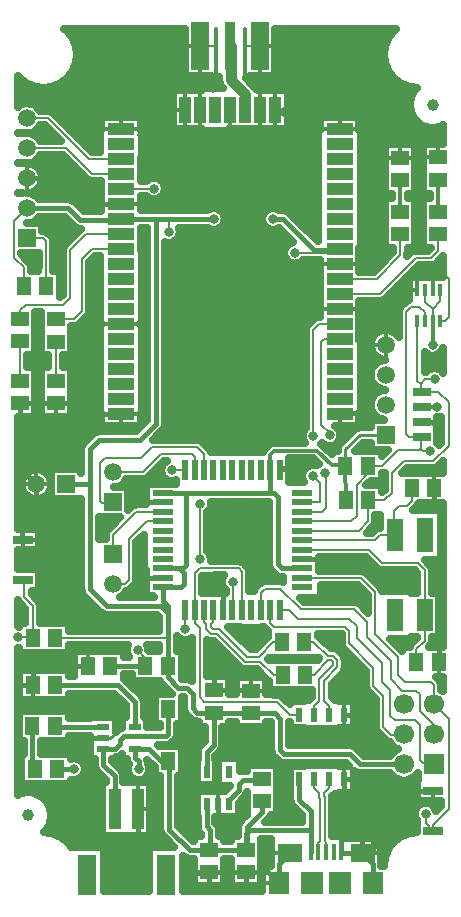
<source format=gbr>
G04 DipTrace 3.0.0.2*
G04 Top.gbr*
%MOIN*%
G04 #@! TF.FileFunction,Copper,L1,Top*
G04 #@! TF.Part,Single*
G04 #@! TA.AperFunction,Conductor*
%ADD10C,0.01*%
%ADD14C,0.018*%
%ADD15C,0.007*%
%ADD16C,0.012*%
%ADD17C,0.008*%
%ADD18C,0.015748*%
%ADD19C,0.035433*%
%ADD20C,0.033465*%
G04 #@! TA.AperFunction,CopperBalancing*
%ADD21C,0.025*%
%ADD22C,0.012992*%
%ADD26R,0.051181X0.059055*%
%ADD27R,0.059055X0.051181*%
%ADD29R,0.049213X0.059055*%
%ADD31C,0.03937*%
%ADD33R,0.015748X0.05315*%
%ADD34R,0.082677X0.062992*%
%ADD35R,0.070866X0.074803*%
%ADD36R,0.074803X0.074803*%
G04 #@! TA.AperFunction,ComponentPad*
%ADD37R,0.059055X0.059055*%
%ADD38C,0.059055*%
%ADD39R,0.066929X0.066929*%
%ADD40C,0.066929*%
%ADD41R,0.03937X0.137795*%
%ADD42R,0.059055X0.133858*%
%ADD44R,0.062992X0.027559*%
%ADD45R,0.066929X0.031496*%
%ADD46R,0.089528X0.039764*%
%ADD47R,0.039764X0.089528*%
%ADD48R,0.059843X0.159843*%
%ADD49R,0.033465X0.159843*%
%ADD51R,0.019685X0.070866*%
%ADD52R,0.070866X0.019685*%
%ADD54R,0.023622X0.051181*%
%ADD56R,0.013583X0.043307*%
%ADD58R,0.023622X0.043307*%
%ADD60R,0.043307X0.023622*%
%ADD62R,0.055118X0.106299*%
%ADD63R,0.055118X0.114173*%
G04 #@! TA.AperFunction,ViaPad*
%ADD64C,0.031496*%
%FSLAX26Y26*%
G04*
G70*
G90*
G75*
G01*
G04 Top*
%LPD*%
X1211680Y1026247D2*
D14*
X1087008D1*
X1085564Y1027690D1*
Y920997D1*
X1062205Y897638D1*
Y830052D1*
X1085564Y1027690D2*
X1031102D1*
X1015748Y1043045D1*
Y1090945D1*
X995538Y1111155D1*
X967323D1*
X933071Y1145407D1*
Y1185039D1*
X916010Y1760761D2*
X995013D1*
X1274278D1*
X1286352D1*
X1299738Y1747375D1*
Y1522572D1*
X1313517Y1508793D1*
X1380577D1*
X1274278Y1835564D2*
Y1760761D1*
X933071Y1185039D2*
Y1277297D1*
Y1382021D1*
X916010Y1399081D1*
Y1445801D1*
X976115D1*
X986483Y1456168D1*
Y1494094D1*
X971785Y1508793D1*
X916010D1*
X971785D2*
X984383D1*
X995013Y1519423D1*
Y1760761D1*
X1211680Y1026247D2*
X1288976D1*
X1307480Y1007743D1*
Y902493D1*
X1320472Y889501D1*
X1540551D1*
X1574541Y855512D1*
X1720041D1*
X463517Y2709318D2*
X601444D1*
X640157Y2670604D1*
X773819D1*
X776969Y2673753D1*
X936311Y2630201D2*
D15*
Y2673753D1*
D14*
X893963D1*
X776969D1*
X452887Y2451312D2*
D15*
Y2512336D1*
X421391Y2543832D1*
Y2667192D1*
X463517Y2709318D1*
X1525197Y1850919D2*
D16*
X1525591Y1736745D1*
X1274278Y1835564D2*
Y1888058D1*
X1287927Y1901706D1*
X1429396D1*
X1479134Y1851969D1*
X1524147D1*
D15*
X1525197Y1850919D1*
X1841995Y2438058D2*
Y2398819D1*
X1815748Y2372572D1*
Y2334383D1*
X1816404Y2333727D1*
X1790814Y2438058D2*
Y2397507D1*
X1815748Y2372572D1*
X557349Y1277297D2*
X933071D1*
Y1185039D2*
D14*
Y1360236D1*
X909318Y1383990D1*
X729265D1*
X674409Y1438845D1*
Y1789370D1*
Y1906824D1*
X703412Y1935827D1*
X839633D1*
X893963Y1990157D1*
Y2673753D1*
X1525197Y1850919D2*
D10*
Y1905774D1*
X1572572Y1953150D1*
X1658136D1*
X1659186Y1954199D1*
X1779790Y2048294D2*
D16*
X1831811D1*
X1816273Y2254331D2*
Y2333858D1*
X1816404Y2333727D1*
X594751Y1789370D2*
D14*
X674409D1*
X1356811Y2561201D2*
D15*
X1493944D1*
X1506496Y2573753D1*
X936311Y2673753D2*
D14*
X1086259D1*
X1283311D2*
X1316535D1*
X1420210Y2570079D1*
X1502822D1*
X1506496Y2573753D1*
X1316273Y1153281D2*
D17*
X1286693Y1152500D1*
X1238732Y1197995D1*
X1225832Y1197655D1*
X1191942D1*
X1098055Y1291542D1*
X1077715D1*
X1061554Y1307702D1*
Y1323816D1*
X1053806Y1331564D1*
Y1370997D1*
X1313386Y1262730D2*
X1283806Y1261949D1*
X1238311Y1213990D1*
X1225622Y1213655D1*
X1198570D1*
X1104682Y1307542D1*
X1084343D1*
X1077554Y1314329D1*
Y1323816D1*
X1085302Y1331564D1*
Y1370997D1*
X1421129Y1021785D2*
Y1051375D1*
X1438129Y1068375D1*
Y1081176D1*
Y1141602D1*
X1482408Y1185882D1*
Y1195483D1*
X1475621Y1202270D1*
X1466151Y1202021D1*
X1420656Y1154060D1*
X1391076Y1153281D1*
X1471129Y1021785D2*
Y1051375D1*
X1454129Y1068375D1*
Y1081176D1*
Y1134975D1*
X1498408Y1179255D1*
Y1202110D1*
X1482072Y1218446D1*
X1465728Y1218014D1*
X1417769Y1263509D1*
X1388189Y1262730D1*
X1435171Y564567D2*
Y595142D1*
X1439966Y599937D1*
Y612738D1*
Y740707D1*
X1438129Y742545D1*
Y758659D1*
X1421129Y775659D1*
Y805249D1*
X1460761Y564567D2*
Y595142D1*
X1455966Y599937D1*
Y612738D1*
Y747335D1*
X1454129Y749172D1*
Y758659D1*
X1471129Y775659D1*
Y805249D1*
X1071785Y495801D2*
D14*
X1195144D1*
X1266732D1*
X1303281Y459252D1*
Y524213D1*
X1338714Y559646D1*
X1618241Y459252D2*
Y524213D1*
X1582808Y559646D1*
X1516864D1*
D18*
X1511942Y564567D1*
X716667Y943963D2*
D14*
X666798D1*
Y633071D1*
X707349Y592520D1*
X817060D1*
X834121Y609580D1*
Y706037D1*
X1071785Y495801D2*
Y442782D1*
X1126575Y660039D2*
X1101050Y685564D1*
Y722310D1*
X1099606Y723753D1*
X1521129Y805249D2*
Y687139D1*
X1581627Y626640D1*
Y560827D1*
X1582808Y559646D1*
X463517Y2809318D2*
X622441D1*
X708005Y2723753D1*
X776969D1*
X1841995Y2333727D2*
D15*
X1858530D1*
X1870472Y2345669D1*
Y2471916D1*
X1850131Y2492257D1*
X1819685D1*
X1816798Y2489370D1*
Y2438451D1*
X1816404Y2438058D1*
X1765223D2*
Y2485696D1*
X1771785Y2492257D1*
X1818535D1*
X494751Y1789370D2*
D14*
Y1737795D1*
X448556Y1691601D1*
Y1607612D1*
D15*
X451181Y1604987D1*
X1082677Y3110236D2*
Y3143567D1*
X1093311Y3154201D1*
D16*
Y3251312D1*
Y3305701D1*
X1240157Y3110236D2*
D15*
X1239276D1*
X1191311Y3158201D1*
D16*
Y3250919D1*
Y3305865D1*
X1241339Y3250919D2*
D15*
X1191311D1*
X1041732Y3251312D2*
X1093311D1*
X1506496Y2523753D2*
D16*
X1428811D1*
X987311Y2725201D2*
X778416D1*
X776969Y2723753D1*
Y2323753D2*
X692759D1*
X1506496Y2373753D2*
X1636759D1*
X1659811Y2350701D1*
Y2254824D1*
X1659186Y2254199D1*
X1765223Y2438058D2*
X1729168D1*
X1661311Y2370201D1*
Y2256324D1*
X1659186Y2254199D1*
X1779790Y1998294D2*
X1810218D1*
X1836811Y1971701D1*
X1506496Y2023753D2*
Y2027201D1*
X1587311D1*
X559311Y2058701D2*
D14*
X441811D1*
X440311Y2060201D1*
X559311Y2058701D2*
X657811D1*
X692811Y2023701D1*
X776916D1*
X776969Y2023753D1*
X692759Y2323753D2*
X692811Y2023701D1*
X440311Y2060201D2*
Y1843810D1*
X494751Y1789370D1*
X916010Y1729265D2*
X853247D1*
X841311Y1741201D1*
X1362311Y1843701D2*
X1313911D1*
X1305774Y1835564D1*
X1380577Y1540289D2*
X1464223D1*
X1473811Y1530701D1*
X1116798Y1370997D2*
Y1441214D1*
X1088811Y1469201D1*
X1835827Y1198031D2*
Y1251717D1*
X1845811Y1261701D1*
X1521129Y1021785D2*
X1559895D1*
X1595811Y1057701D1*
X1085564Y1102493D2*
X1210236D1*
X1211680Y1101050D1*
X1085564Y1102493D2*
Y1165954D1*
X1816365Y768510D2*
X1648001D1*
X1627311Y789201D1*
X1570311D1*
X1552311Y807201D1*
X1523080D1*
X1521129Y805249D1*
X1582808Y559646D2*
X1617811D1*
Y631201D1*
X1562811D1*
X1511942Y564567D2*
D18*
Y600142D1*
D14*
Y631201D1*
X1582808Y559646D2*
X1599756D1*
X1671311Y631201D1*
X841311Y1477297D2*
X916010D1*
X482021Y1119685D2*
Y1161411D1*
X505311Y1184701D1*
X665934D1*
X666404Y1185171D1*
X716667Y943963D2*
D10*
X741573D1*
X772811Y975201D1*
Y1026701D1*
X752811Y1046701D1*
X432811D1*
X425811Y1053701D1*
Y1104701D1*
X437811Y1116701D1*
X479037D1*
X482021Y1119685D1*
X1071785Y442782D2*
D14*
X1194392D1*
Y495049D1*
X1821654Y1777297D2*
Y1718201D1*
X987311Y2725201D2*
Y2857390D1*
X1003937Y2874016D1*
X834121Y706037D2*
Y492913D1*
X1003806D2*
X1068898D1*
X1071785Y495801D1*
X1820041Y855512D2*
D15*
X1816404D1*
X1803084Y842192D1*
X1773622Y871654D1*
Y986352D1*
X1756693Y1003281D1*
X1689370D1*
X1675066Y1017585D1*
Y1102362D1*
X1647113Y1130315D1*
Y1193307D1*
X1563255Y1277165D1*
Y1315223D1*
X1537664Y1340814D1*
X1368373D1*
X1338058Y1371129D1*
X1305906D1*
X1305774Y1370997D1*
X1720041Y955512D2*
Y952493D1*
X1678084D1*
X1651181Y979396D1*
Y1083990D1*
X1617848Y1117323D1*
Y1178346D1*
X1537139Y1259055D1*
Y1300919D1*
X1523097Y1314961D1*
X1285696D1*
X1274147Y1326509D1*
Y1370866D1*
X1274278Y1370997D1*
X559311Y2265201D2*
Y2133504D1*
X1191732Y3038517D2*
D19*
Y3088583D1*
X1142126Y3138189D1*
Y3250525D1*
D20*
X1141732Y3250919D1*
X1708005Y2697507D2*
D16*
Y2800787D1*
X1705381Y2803412D1*
X1053806Y1835564D2*
D15*
Y1889108D1*
X1029921Y1912992D1*
X879921D1*
X844751Y1877822D1*
X723753D1*
X705643Y1859711D1*
Y1732546D1*
X712073Y1726115D1*
X748163D1*
X750656Y1728609D1*
X1371129Y1021785D2*
X1341227D1*
X1298311Y1064701D1*
X1052811D1*
X1038811Y1078701D1*
Y1310701D1*
X1023311Y1326201D1*
Y1369996D1*
X1022310Y1370997D1*
Y1492699D1*
X1038811Y1509201D1*
X1168811D1*
X1180311Y1497701D1*
Y1371518D1*
X1179790Y1370997D1*
X1834252Y2697900D2*
D16*
Y2803806D1*
X1834383Y2803937D1*
X439811Y2341504D2*
D15*
Y2369201D1*
X458811Y2388201D1*
X583311D1*
X606311Y2411201D1*
Y2568701D1*
X660311Y2622701D1*
X775916D1*
X776969Y2623753D1*
X481627Y983202D2*
D14*
Y847638D1*
X489633Y839633D1*
X556824Y1119685D2*
X767717D1*
X822966Y1064436D1*
Y981365D1*
X527690Y2451312D2*
D15*
Y2599213D1*
X517848Y2609055D1*
X463780D1*
X463517Y2609318D1*
X886745Y2775066D2*
X778281D1*
X776969Y2773753D1*
X439811Y2266701D2*
Y2135504D1*
X440311Y2135004D1*
X755381Y706037D2*
D14*
Y816535D1*
X718504Y853412D1*
Y904724D1*
X716667Y906562D1*
X935302Y1041207D2*
Y958530D1*
X926115Y949344D1*
X787139D1*
X773885Y936089D1*
Y924803D1*
X756824Y907743D1*
X717848D1*
X716667Y906562D1*
X559311Y2340004D2*
D15*
X619114D1*
X646311Y2367201D1*
Y2539201D1*
X680311Y2573201D1*
X776416D1*
X776969Y2573753D1*
X1149344Y1462467D2*
Y1372047D1*
X1148294Y1370997D1*
X1790814Y2333727D2*
Y2362467D1*
X1771785Y2381496D1*
X1742913D1*
X1726378Y2364961D1*
Y1957743D1*
X1735958Y1948163D1*
X1779659D1*
X1779790Y1948294D1*
X1600000Y1850919D2*
X1646982D1*
X1700000Y1903937D1*
X1770341D1*
X1774366Y1907962D1*
X1775591Y1909186D1*
Y1944094D1*
X1779790Y1948294D1*
X1807087Y1898819D2*
X1783509D1*
X1774366Y1907962D1*
X1600000Y1850919D2*
Y1825390D1*
X1562811Y1788201D1*
Y1683701D1*
X1545311Y1666201D1*
X1380650D1*
X1380577Y1666273D1*
X1765223Y2333727D2*
Y2135039D1*
X1775459Y2124803D1*
Y2102625D1*
X1779790Y2098294D1*
X1600394Y1736745D2*
X1655118D1*
X1679921Y1761549D1*
Y1827034D1*
X1719160Y1866273D1*
X1817323D1*
X1868811Y1917761D1*
Y2062554D1*
X1833202Y2098163D1*
X1779921D1*
X1779790Y2098294D1*
X1822310Y2139764D2*
X1790420D1*
X1775459Y2124803D1*
X1600394Y1736745D2*
Y1665783D1*
X1569311Y1634701D1*
X1380654D1*
X1380577Y1634777D1*
X741207Y1185171D2*
D14*
X858136D1*
X858268Y1185039D1*
D15*
Y1211744D1*
X832311Y1237701D1*
X1040311Y1539201D2*
Y1722201D1*
X1041811Y1723701D1*
X947311Y1835701D2*
X990677D1*
X990814Y1835564D1*
X1137008Y723753D2*
D14*
Y738189D1*
X1170079Y771260D1*
Y791470D1*
X1182021Y803412D1*
X1243701D1*
X1248294Y808005D1*
X1746850Y1777297D2*
D15*
Y1734777D1*
X1729528Y1717454D1*
X1703937D1*
X1688189Y1701706D1*
Y1621785D1*
X1688976Y1620997D1*
X1641339D1*
X1623753Y1603412D1*
X1380709D1*
X1380577Y1603281D1*
X1761024Y1198031D2*
Y1239370D1*
X1788714Y1267060D1*
Y1353018D1*
X1788976Y1353281D1*
Y1503412D1*
X1765486Y1526903D1*
X1647900D1*
X1603150Y1571654D1*
X1380709D1*
X1380577Y1571785D1*
X1708005Y2622703D2*
Y2552493D1*
X1629003Y2473491D1*
X1506759D1*
X1506496Y2473753D1*
X1834252Y2623097D2*
Y2566535D1*
X1811680Y2543963D1*
X1760367D1*
X1640420Y2424016D1*
X1506759D1*
X1506496Y2423753D1*
X749606Y1556562D2*
Y1619423D1*
X828215Y1698031D1*
X915748D1*
X916010Y1697769D1*
X749606Y1456562D2*
X789764D1*
X804462Y1471260D1*
Y1605512D1*
X865092Y1666142D1*
X915879D1*
X916010Y1666273D1*
X482546Y1277297D2*
Y1384777D1*
X454856Y1412467D1*
Y1467454D1*
X451181Y1471129D1*
X990814Y1370997D2*
Y1307198D1*
X991811Y1306201D1*
X432311Y1279201D2*
X480642D1*
X482546Y1277297D1*
X716667Y981365D2*
D14*
X558268D1*
X556430Y983202D1*
X1022310Y1835564D2*
D15*
Y1881759D1*
X1012730Y1891339D1*
X910630D1*
X849213Y1829921D1*
X751969D1*
X750656Y1828609D1*
X463517Y2909318D2*
X594619D1*
X679265Y2824672D1*
X776050D1*
X776969Y2823753D1*
X463517Y3009318D2*
X533990D1*
X671129Y2872178D1*
X775394D1*
X776969Y2873753D1*
X1820041Y1055512D2*
Y1120248D1*
X1810892Y1129396D1*
X1725066D1*
X1700394Y1154068D1*
Y1212598D1*
X1623753Y1289239D1*
Y1429528D1*
X1575984Y1477297D1*
X1380577D1*
X1792257Y691601D2*
Y658760D1*
X1816365Y634652D1*
Y653255D1*
X1868811Y705701D1*
Y1006741D1*
X1820041Y1055512D1*
X1380577Y1697769D2*
X1448379D1*
X1460311Y1709701D1*
Y1823201D1*
X1455811Y1827701D1*
X1472311Y1952701D2*
Y1958701D1*
X1444311Y1986701D1*
Y2264701D1*
X1453311Y2273701D1*
X1506444D1*
X1506496Y2273753D1*
X1820041Y955512D2*
Y986390D1*
X1773228Y1033202D1*
Y1089633D1*
X1761680Y1101181D1*
X1713386D1*
X1675722Y1138845D1*
Y1201575D1*
X1596588Y1280709D1*
Y1330971D1*
X1555118Y1372441D1*
X1376378D1*
X1306955Y1441864D1*
X1256693D1*
X1243176Y1428346D1*
Y1371391D1*
X1242782Y1370997D1*
X1380577Y1729265D2*
X1437375D1*
X1439811Y1731701D1*
Y1794701D1*
X1416811Y1817701D1*
X1417811Y1950201D2*
Y2303201D1*
X1437811Y2323201D1*
X1505944D1*
X1506496Y2323753D1*
X1409580Y564567D2*
D18*
Y600142D1*
D14*
Y635564D1*
Y698688D1*
X1371129Y737139D1*
Y805249D1*
X1195144Y570604D2*
Y622703D1*
X1208005Y635564D1*
X1409580D1*
X1195144Y570604D2*
X1071785D1*
X1062205Y723753D2*
Y648950D1*
X1073753Y637402D1*
Y572572D1*
X1071785Y570604D1*
X1248294Y733202D2*
Y696719D1*
X1197113Y645538D1*
Y597482D1*
X1195144Y622703D1*
X1071785Y570604D2*
X1005512D1*
X938058Y638058D1*
Y863255D1*
X935302Y866010D1*
X911417D1*
X871522Y905906D1*
X823622D1*
X822966Y906562D1*
X564436Y839633D2*
X620341D1*
X836089D2*
Y865223D1*
X824934Y876378D1*
Y904593D1*
X822966Y906562D1*
D64*
X936311Y2630201D3*
X1831811Y2048294D3*
X1816273Y2254331D3*
X1831811Y2048294D3*
X1356811Y2561201D3*
X1086259Y2673753D3*
X1283311D3*
X1071785Y442782D3*
X1126575Y660039D3*
X1428811Y2523753D3*
X987311Y2725201D3*
X692759Y2323753D3*
X1836811Y1971701D3*
X1587311Y2027201D3*
X841311Y1741201D3*
X1362311Y1843701D3*
X1473811Y1530701D3*
X1088811Y1469201D3*
X1845811Y1261701D3*
X1595811Y1057701D3*
X1085564Y1165954D3*
X1595811Y1057701D3*
X1085564Y1165954D3*
X1627311Y789201D3*
X1562811Y631201D3*
X1627311Y789201D3*
X1511942Y631201D3*
X1617811D3*
X1671311D3*
X1617811D3*
X841311Y1477297D3*
X1194392Y442782D3*
X1511942Y631201D3*
X1587311Y2027201D3*
X1821654Y1718201D3*
X1473811Y1530701D3*
X841311Y1741201D3*
X1088811Y1469201D3*
X987311Y2725201D3*
X834121Y492913D3*
X1003806D3*
X886745Y2775066D3*
X1149344Y1462467D3*
X1807087Y1898819D3*
X1822310Y2139764D3*
X832311Y1237701D3*
X1040311Y1539201D3*
X1041811Y1723701D3*
X947311Y1835701D3*
X991811Y1306201D3*
X432311Y1279201D3*
X1792257Y691601D3*
X1455811Y1827701D3*
X1472311Y1952701D3*
X1416811Y1817701D3*
X1417811Y1950201D3*
X620341Y839633D3*
X836089D3*
X1082677Y3110236D3*
X1240157D3*
X1318898D3*
X1003937D3*
X1397638Y3267717D3*
X1318898Y3188976D3*
Y3267717D3*
Y3031496D3*
Y2952756D3*
X1240157D3*
X1082677D3*
X1161417D3*
X1003937D3*
X925197D3*
Y3110236D3*
Y3031496D3*
Y3188976D3*
Y3267717D3*
X1397638Y3188976D3*
X846457Y3267717D3*
X1397638Y3110236D3*
X846457Y3188976D3*
X1476378Y3267717D3*
Y3188976D3*
Y3110236D3*
X1555118Y3267717D3*
Y3188976D3*
Y3110236D3*
X1397638Y3031496D3*
Y2952756D3*
X1476378Y3031496D3*
X1555118D3*
X688976Y3267717D3*
Y3188976D3*
Y3110236D3*
X767717Y3267717D3*
Y3188976D3*
Y3110236D3*
X688976Y3031496D3*
X767717D3*
X846457Y3110236D3*
Y3031496D3*
X1633858Y3267717D3*
Y3188976D3*
Y3110236D3*
Y3031496D3*
X1712598Y3110236D3*
Y3031496D3*
X1633858Y2952756D3*
X1712598D3*
X610236Y3110236D3*
Y3031496D3*
X688976Y2952756D3*
X846457D3*
X1318898Y2874016D3*
X1240157D3*
X1082677D3*
X1161417D3*
X1003937D3*
X925197D3*
X1397638D3*
X846457D3*
X613420Y3283104D2*
D21*
X988791D1*
X1294280D2*
X1670042D1*
X625726Y3258235D2*
X988791D1*
X1294280D2*
X1657736D1*
X631243Y3233366D2*
X988791D1*
X1294280D2*
X1652219D1*
X631047Y3208497D2*
X988791D1*
X1294280D2*
X1652463D1*
X625042Y3183629D2*
X988791D1*
X1294280D2*
X1658420D1*
X612151Y3158760D2*
X988791D1*
X1294280D2*
X1671311D1*
X434710Y3133891D2*
X448003D1*
X588567D2*
X1101584D1*
X1203068D2*
X1694944D1*
X434710Y3109022D2*
X1042844D1*
X1226604D2*
X1759543D1*
X434710Y3084154D2*
X948850D1*
X1334612D2*
X1742844D1*
X434710Y3059285D2*
X948850D1*
X1334612D2*
X1737131D1*
X509270Y3034416D2*
X948850D1*
X1334612D2*
X1739671D1*
X570159Y3009547D2*
X709202D1*
X844719D2*
X948850D1*
X1334612D2*
X1438743D1*
X1574260D2*
X1751144D1*
X509563Y2984678D2*
X522190D1*
X595060D2*
X709202D1*
X844719D2*
X948850D1*
X1334612D2*
X1438743D1*
X1574260D2*
X1782151D1*
X434710Y2959810D2*
X453856D1*
X473186D2*
X547092D1*
X619915D2*
X703196D1*
X850726D2*
X1432736D1*
X1580266D2*
X1848802D1*
X508976Y2934941D2*
X571946D1*
X644768D2*
X703196D1*
X850726D2*
X1432736D1*
X1580266D2*
X1848802D1*
X669671Y2910072D2*
X703196D1*
X850726D2*
X1432736D1*
X1580266D2*
X1652854D1*
X1757903D2*
X1781858D1*
X509856Y2885203D2*
X582298D1*
X850726D2*
X1432736D1*
X1580266D2*
X1652854D1*
X1757903D2*
X1781858D1*
X434710Y2860335D2*
X450832D1*
X476164D2*
X607199D1*
X844719D2*
X1432736D1*
X1580266D2*
X1652854D1*
X1757903D2*
X1781858D1*
X508684Y2835466D2*
X632054D1*
X844719D2*
X1432736D1*
X1580266D2*
X1652854D1*
X1757903D2*
X1781858D1*
X516008Y2810597D2*
X656907D1*
X844719D2*
X877072D1*
X896388D2*
X1432736D1*
X1580266D2*
X1652854D1*
X1757903D2*
X1781858D1*
X510148Y2785728D2*
X709202D1*
X923870D2*
X1432736D1*
X1580266D2*
X1652854D1*
X1757903D2*
X1781858D1*
X434710Y2760860D2*
X448588D1*
X478459D2*
X709202D1*
X922600D2*
X1432736D1*
X1580266D2*
X1652854D1*
X1757903D2*
X1781858D1*
X616496Y2735991D2*
X709202D1*
X844719D2*
X1432736D1*
X1580266D2*
X1655491D1*
X1760539D2*
X1781711D1*
X643840Y2711122D2*
X709202D1*
X844719D2*
X1432736D1*
X1580266D2*
X1655491D1*
X1760539D2*
X1781711D1*
X1122795Y2686253D2*
X1246799D1*
X1348235D2*
X1432736D1*
X1580266D2*
X1655491D1*
X1760539D2*
X1781711D1*
X480364Y2661385D2*
X605198D1*
X1122844D2*
X1246751D1*
X1373088D2*
X1432736D1*
X1580266D2*
X1655491D1*
X1760539D2*
X1781711D1*
X516058Y2636516D2*
X637718D1*
X844719D2*
X861984D1*
X974504D2*
X1309592D1*
X1397991D2*
X1432736D1*
X1580266D2*
X1655491D1*
X1760539D2*
X1781711D1*
X550726Y2611647D2*
X612815D1*
X844719D2*
X861984D1*
X969963D2*
X1334446D1*
X1422844D2*
X1432724D1*
X1580266D2*
X1655491D1*
X1760539D2*
X1781711D1*
X554192Y2586778D2*
X587962D1*
X844719D2*
X861984D1*
X925970D2*
X1328635D1*
X1580266D2*
X1655491D1*
X1760539D2*
X1781711D1*
X554192Y2561909D2*
X579807D1*
X850726D2*
X861946D1*
X925970D2*
X1318088D1*
X1574260D2*
X1680979D1*
X464592Y2537041D2*
X501194D1*
X554192D2*
X579807D1*
X680559D2*
X703196D1*
X850726D2*
X861946D1*
X925970D2*
X1327268D1*
X1386320D2*
X1438743D1*
X1574260D2*
X1656126D1*
X1841203D2*
X1848802D1*
X479387Y2512172D2*
X501194D1*
X554192D2*
X579807D1*
X672795D2*
X703196D1*
X850726D2*
X861946D1*
X925970D2*
X1438743D1*
X1574260D2*
X1631272D1*
X1764983D2*
X1848802D1*
X672795Y2487303D2*
X703196D1*
X850726D2*
X861946D1*
X925970D2*
X1438743D1*
X1740130D2*
X1848802D1*
X672795Y2462434D2*
X703196D1*
X850726D2*
X861946D1*
X925970D2*
X1438743D1*
X1715276D2*
X1735423D1*
X672795Y2437566D2*
X703196D1*
X850726D2*
X861946D1*
X925970D2*
X1438743D1*
X1690374D2*
X1735423D1*
X672795Y2412697D2*
X703196D1*
X850726D2*
X861946D1*
X925970D2*
X1438743D1*
X1665520D2*
X1735423D1*
X672795Y2387828D2*
X703196D1*
X850726D2*
X861946D1*
X925970D2*
X1438743D1*
X1574260D2*
X1712815D1*
X492327Y2362959D2*
X506760D1*
X672404D2*
X703196D1*
X850726D2*
X861946D1*
X925970D2*
X1438743D1*
X1574260D2*
X1699875D1*
X492327Y2338091D2*
X506760D1*
X653606D2*
X703196D1*
X850726D2*
X861946D1*
X925970D2*
X1416282D1*
X1574260D2*
X1699875D1*
X492327Y2313222D2*
X506760D1*
X611858D2*
X703196D1*
X850726D2*
X861946D1*
X925970D2*
X1393528D1*
X1574260D2*
X1699875D1*
X492327Y2288353D2*
X506760D1*
X611858D2*
X703196D1*
X850726D2*
X861946D1*
X925970D2*
X1391331D1*
X1574260D2*
X1620139D1*
X492327Y2263484D2*
X506760D1*
X611858D2*
X703196D1*
X850726D2*
X861946D1*
X925970D2*
X1391331D1*
X1580266D2*
X1607542D1*
X492327Y2238615D2*
X506760D1*
X611858D2*
X703196D1*
X850726D2*
X861946D1*
X925970D2*
X1391331D1*
X1580266D2*
X1609152D1*
X466302Y2213747D2*
X532835D1*
X585783D2*
X703196D1*
X850726D2*
X861946D1*
X925970D2*
X1391331D1*
X1580266D2*
X1627268D1*
X1791692D2*
X1848802D1*
X466302Y2188878D2*
X532835D1*
X585783D2*
X703196D1*
X850726D2*
X861946D1*
X925970D2*
X1391331D1*
X1580266D2*
X1620627D1*
X1791692D2*
X1848802D1*
X492815Y2164009D2*
X506760D1*
X611858D2*
X703196D1*
X850726D2*
X861946D1*
X925970D2*
X1391331D1*
X1580266D2*
X1607639D1*
X492815Y2139140D2*
X506760D1*
X611858D2*
X703196D1*
X850726D2*
X861946D1*
X925970D2*
X1391331D1*
X1580266D2*
X1608958D1*
X492815Y2114272D2*
X506760D1*
X611858D2*
X703196D1*
X850726D2*
X861946D1*
X925970D2*
X1391331D1*
X1580266D2*
X1626535D1*
X492815Y2089403D2*
X506760D1*
X611858D2*
X703196D1*
X850726D2*
X861946D1*
X925970D2*
X1391331D1*
X1580266D2*
X1621164D1*
X492815Y2064534D2*
X506760D1*
X611858D2*
X703196D1*
X850726D2*
X861946D1*
X925970D2*
X1391331D1*
X1580266D2*
X1607736D1*
X492815Y2039665D2*
X506760D1*
X611858D2*
X703196D1*
X850726D2*
X861946D1*
X925970D2*
X1391331D1*
X1580266D2*
X1608811D1*
X492815Y2014797D2*
X506760D1*
X611858D2*
X709202D1*
X844719D2*
X861984D1*
X925970D2*
X1391331D1*
X1574260D2*
X1625852D1*
X434710Y1989928D2*
X709202D1*
X925970D2*
X1391331D1*
X1574260D2*
X1606663D1*
X1834270D2*
X1842307D1*
X434710Y1965059D2*
X697043D1*
X913079D2*
X1382248D1*
X1508879D2*
X1545920D1*
X1834270D2*
X1842307D1*
X434710Y1940190D2*
X663596D1*
X888176D2*
X1380491D1*
X1508831D2*
X1521067D1*
X1834270D2*
X1842307D1*
X434710Y1915322D2*
X643675D1*
X1064007D2*
X1261594D1*
X1455755D2*
X1499046D1*
X1573283D2*
X1606663D1*
X434710Y1890453D2*
X642404D1*
X434710Y1865584D2*
X642404D1*
X1338615D2*
X1425559D1*
X434710Y1840715D2*
X642404D1*
X896428D2*
X908908D1*
X1338615D2*
X1386302D1*
X1730022D2*
X1848802D1*
X434710Y1815846D2*
X449759D1*
X871575D2*
X914475D1*
X1338615D2*
X1378098D1*
X434710Y1790978D2*
X442245D1*
X786126D2*
X857591D1*
X1601995D2*
X1653440D1*
X434710Y1766109D2*
X448003D1*
X803167D2*
X857591D1*
X434710Y1741240D2*
X478587D1*
X510882D2*
X542210D1*
X803167D2*
X857591D1*
X434710Y1716371D2*
X642404D1*
X1079827D2*
X1267747D1*
X1764886D2*
X1848802D1*
X434710Y1691503D2*
X642404D1*
X1066790D2*
X1267747D1*
X434710Y1666634D2*
X642404D1*
X706390D2*
X760374D1*
X1066790D2*
X1267747D1*
X1626896D2*
X1638421D1*
X434710Y1641765D2*
X642404D1*
X706390D2*
X735520D1*
X1066790D2*
X1267747D1*
X1612786D2*
X1626819D1*
X507659Y1616896D2*
X642404D1*
X706390D2*
X723118D1*
X1066790D2*
X1267747D1*
X507659Y1592028D2*
X642404D1*
X830950D2*
X851584D1*
X1066790D2*
X1267747D1*
X434710Y1567159D2*
X642404D1*
X830950D2*
X851584D1*
X1066790D2*
X1267747D1*
X434710Y1542290D2*
X642404D1*
X830950D2*
X851584D1*
X1078948D2*
X1267747D1*
X1439007D2*
X1596067D1*
X434710Y1517421D2*
X642404D1*
X830950D2*
X851584D1*
X1197014D2*
X1268186D1*
X1439007D2*
X1620970D1*
X1810930D2*
X1848802D1*
X507659Y1492552D2*
X642404D1*
X830950D2*
X857591D1*
X1206780D2*
X1285568D1*
X1597160D2*
X1762474D1*
X1815471D2*
X1848802D1*
X507659Y1467684D2*
X642404D1*
X830656D2*
X857591D1*
X1048820D2*
X1110959D1*
X1206780D2*
X1316135D1*
X1622014D2*
X1762474D1*
X1815471D2*
X1848802D1*
X507659Y1442815D2*
X642404D1*
X812444D2*
X857591D1*
X1048820D2*
X1116379D1*
X1206780D2*
X1221555D1*
X1445012D2*
X1574046D1*
X1646232D2*
X1762474D1*
X1815471D2*
X1848802D1*
X485783Y1417946D2*
X651096D1*
X783928D2*
X857591D1*
X1445012D2*
X1597287D1*
X1839543D2*
X1848745D1*
X507560Y1393077D2*
X675999D1*
X1569866D2*
X1597287D1*
X1839543D2*
X1848745D1*
X434710Y1368209D2*
X456076D1*
X509026D2*
X700852D1*
X1839543D2*
X1848745D1*
X434710Y1343340D2*
X456076D1*
X509026D2*
X901096D1*
X1839543D2*
X1848745D1*
X605950Y1318471D2*
X901096D1*
X1839543D2*
X1848745D1*
X1157171Y1293602D2*
X1263791D1*
X1839543D2*
X1848745D1*
X965080Y1268734D2*
X1012327D1*
X1182024D2*
X1252610D1*
X1451799D2*
X1510667D1*
X1680656D2*
X1753976D1*
X1815178D2*
X1848802D1*
X605950Y1243865D2*
X794114D1*
X870550D2*
X901096D1*
X965080D2*
X1012327D1*
X1065276D2*
X1107199D1*
X1206927D2*
X1229026D1*
X1486419D2*
X1516087D1*
X434710Y1218996D2*
X617795D1*
X789787D2*
X798739D1*
X981682D2*
X1012327D1*
X1065276D2*
X1132054D1*
X1520012D2*
X1540794D1*
X434710Y1194127D2*
X617795D1*
X981682D2*
X1012327D1*
X1065276D2*
X1156907D1*
X1526408D2*
X1565647D1*
X605412Y1169259D2*
X617795D1*
X981682D2*
X1012327D1*
X1065276D2*
X1229514D1*
X1524358D2*
X1590500D1*
X789787Y1144390D2*
X809690D1*
X981682D2*
X1012327D1*
X1138079D2*
X1159152D1*
X1502092D2*
X1591379D1*
X1832316D2*
X1848802D1*
X812102Y1119521D2*
X914768D1*
X1138079D2*
X1159152D1*
X1482122D2*
X1591379D1*
X836955Y1094652D2*
X939622D1*
X1138079D2*
X1159152D1*
X1264202D2*
X1410130D1*
X1482122D2*
X1604075D1*
X605412Y1069783D2*
X773411D1*
X854484D2*
X887718D1*
X1329631D2*
X1400999D1*
X1491252D2*
X1624680D1*
X434710Y1044915D2*
X790988D1*
X854974D2*
X887718D1*
X1555950D2*
X1624680D1*
X605022Y1020046D2*
X790988D1*
X854974D2*
X887718D1*
X982903D2*
X994554D1*
X1555950D2*
X1624680D1*
X761320Y995177D2*
X778270D1*
X867619D2*
X887718D1*
X982903D2*
X1033030D1*
X1138079D2*
X1159152D1*
X1264202D2*
X1275484D1*
X1555950D2*
X1624680D1*
X967278Y970308D2*
X1053587D1*
X1117571D2*
X1275510D1*
X1339446D2*
X1626487D1*
X605022Y945440D2*
X671995D1*
X964202D2*
X1053587D1*
X1117571D2*
X1275510D1*
X1339446D2*
X1648703D1*
X434710Y920571D2*
X449660D1*
X513615D2*
X671995D1*
X935051D2*
X1040940D1*
X1117571D2*
X1275510D1*
X1339446D2*
X1676438D1*
X434710Y895702D2*
X449660D1*
X513615D2*
X671995D1*
X982903D2*
X1030198D1*
X1104484D2*
X1276291D1*
X1578558D2*
X1681516D1*
X641302Y870833D2*
X686496D1*
X750480D2*
X793479D1*
X982903D2*
X1027415D1*
X1177824D2*
X1294944D1*
X658538Y845965D2*
X687474D1*
X770159D2*
X797923D1*
X874260D2*
X887304D1*
X982903D2*
X1027415D1*
X1177824D2*
X1195774D1*
X1300823D2*
X1336302D1*
X653996Y821096D2*
X706614D1*
X787004D2*
X802425D1*
X869719D2*
X887718D1*
X982903D2*
X1027415D1*
X1300823D2*
X1336302D1*
X1555950D2*
X1675999D1*
X613030Y796227D2*
X723411D1*
X787346D2*
X906076D1*
X970060D2*
X1027415D1*
X1300823D2*
X1336302D1*
X1555950D2*
X1759886D1*
X434710Y771358D2*
X712718D1*
X876799D2*
X906076D1*
X970060D2*
X1125999D1*
X1300823D2*
X1336302D1*
X1555950D2*
X1759886D1*
X516936Y746490D2*
X712718D1*
X876799D2*
X906076D1*
X970060D2*
X1027415D1*
X1300823D2*
X1339134D1*
X1483976D2*
X1759886D1*
X537054Y721621D2*
X712718D1*
X876799D2*
X906076D1*
X970060D2*
X1027415D1*
X1171819D2*
X1195774D1*
X1300823D2*
X1343576D1*
X1483976D2*
X1769455D1*
X1815080D2*
X1842307D1*
X545256Y696752D2*
X712718D1*
X876799D2*
X906076D1*
X970060D2*
X1027415D1*
X1171819D2*
X1195774D1*
X1300823D2*
X1367307D1*
X1483976D2*
X1753879D1*
X544915Y671883D2*
X712718D1*
X876799D2*
X906076D1*
X970060D2*
X1030198D1*
X1094182D2*
X1179270D1*
X1267668D2*
X1377610D1*
X1483976D2*
X1759348D1*
X536028Y647014D2*
X712718D1*
X876799D2*
X906076D1*
X973283D2*
X1030295D1*
X1104143D2*
X1165159D1*
X1483976D2*
X1759886D1*
X559954Y622146D2*
X712718D1*
X876799D2*
X910715D1*
X998186D2*
X1041770D1*
X1105755D2*
X1163156D1*
X1483976D2*
X1723264D1*
X598772Y597277D2*
X934642D1*
X1247648D2*
X1274387D1*
X1647160D2*
X1684543D1*
X721428Y572408D2*
X868186D1*
X1247648D2*
X1274387D1*
X1647160D2*
X1665647D1*
X721428Y547539D2*
X868186D1*
X1247648D2*
X1274387D1*
X1647160D2*
X1655491D1*
X721428Y522671D2*
X868186D1*
X985247D2*
X1019260D1*
X1124308D2*
X1142600D1*
X1247648D2*
X1274387D1*
X721428Y497802D2*
X868186D1*
X985247D2*
X1019260D1*
X1124308D2*
X1142600D1*
X721428Y472933D2*
X868186D1*
X985247D2*
X1019260D1*
X1124308D2*
X1142600D1*
X721428Y448064D2*
X868186D1*
X985247D2*
X1244846D1*
X1727433Y1248059D2*
X1738713D1*
X1740560Y1251909D1*
X1744297Y1256566D1*
X1764735Y1277022D1*
X1764714Y1279609D1*
X1743038Y1279631D1*
X1743028Y1273639D1*
X1673252D1*
X1714932Y1232001D1*
X1714933Y1248059D1*
X1727433D1*
X1803622D2*
X1851289D1*
X1851281Y1727234D1*
X1769650Y1727269D1*
X1767314Y1722236D1*
X1763577Y1717581D1*
X1750575Y1704559D1*
X1843028Y1704576D1*
Y1537419D1*
X1788878D1*
X1808392Y1517518D1*
X1811150Y1512597D1*
X1812681Y1507167D1*
X1812976Y1503412D1*
Y1426899D1*
X1837035Y1426930D1*
Y1279631D1*
X1812671D1*
X1812419Y1263306D1*
X1810887Y1257875D1*
X1808130Y1252954D1*
X1803647Y1248052D1*
X1807236Y1248059D1*
X1851302Y1148004D2*
X1826029D1*
X1837012Y1137219D1*
X1840504Y1132789D1*
X1842866Y1127664D1*
X1843967Y1122131D1*
X1844041Y1103891D1*
X1851306Y1099474D1*
X1851281Y1148034D1*
X1838290Y1135835D1*
X1841425Y1131144D1*
X1843378Y1125850D1*
X1844041Y1120248D1*
X1714091Y1827324D2*
X1851295D1*
X1851281Y1866297D1*
X1831429Y1846857D1*
X1826508Y1844100D1*
X1821077Y1842568D1*
X1817323Y1842273D1*
X1729114D1*
X1714138Y1827308D1*
X1245172Y606098D2*
Y449710D1*
X1145117D1*
Y541164D1*
X1121853Y541104D1*
X1121812Y449710D1*
X1021757D1*
Y541164D1*
X1003197Y541194D1*
X996396Y542547D1*
X990098Y545450D1*
X984652Y549744D1*
X984425Y549990D1*
X982753Y551643D1*
X982731Y432188D1*
X1247352Y432185D1*
X1247348Y517154D1*
X1276870D1*
X1276875Y606077D1*
X1245176Y606064D1*
X1034257Y616694D2*
X1044268D1*
X1044253Y625160D1*
X1038339Y631610D1*
X1034950Y637661D1*
X1033068Y644335D1*
X1032705Y648950D1*
Y681617D1*
X1029894Y681600D1*
Y765907D1*
X1123028D1*
X1139039Y781940D1*
X1098705Y781907D1*
Y878198D1*
X1175311D1*
Y832154D1*
X1182356Y832899D1*
X1198281Y832912D1*
X1198266Y854096D1*
X1298322D1*
Y687112D1*
X1276202D1*
X1273448Y681306D1*
X1269154Y675860D1*
X1268908Y675633D1*
X1258346Y665052D1*
X1380125Y665064D1*
X1379882Y686667D1*
X1348697Y717980D1*
X1344844Y723747D1*
X1342444Y730252D1*
X1341629Y737139D1*
X1341642Y737474D1*
X1341629Y759160D1*
X1338818Y759159D1*
Y851340D1*
X1387793D1*
X1387818Y852340D1*
X1504440D1*
Y851315D1*
X1537010Y851340D1*
X1528051Y860001D1*
X1318157Y860092D1*
X1311357Y861445D1*
X1305059Y864349D1*
X1299613Y868642D1*
X1299386Y868887D1*
X1285049Y883335D1*
X1281196Y889101D1*
X1278795Y895606D1*
X1277980Y902493D1*
X1277993Y902828D1*
X1277782Y995722D1*
X1276476Y996747D1*
X1261681D1*
X1261707Y980156D1*
X1161652D1*
Y996806D1*
X1135556Y996747D1*
X1135592Y981600D1*
X1115035D1*
X1114974Y918682D1*
X1113621Y911882D1*
X1110718Y905584D1*
X1106424Y900138D1*
X1106178Y899911D1*
X1091705Y885138D1*
Y872198D1*
X1094516Y872206D1*
Y787899D1*
X1029894D1*
Y872206D1*
X1032677D1*
X1032795Y899953D1*
X1034148Y906753D1*
X1037051Y913051D1*
X1041345Y918497D1*
X1041591Y918724D1*
X1056064Y933497D1*
Y981593D1*
X1035537Y981600D1*
Y998249D1*
X1026487Y998554D1*
X1019814Y1000436D1*
X1013762Y1003824D1*
X1010243Y1006831D1*
X993316Y1023886D1*
X989463Y1029652D1*
X987063Y1036157D1*
X986248Y1043045D1*
X986261Y1043379D1*
X986050Y1078924D1*
X983038Y1081655D1*
X980450D1*
X980408Y991180D1*
X964832D1*
X964711Y956215D1*
X963358Y949415D1*
X960455Y943117D1*
X956161Y937671D1*
X955916Y937444D1*
X945274Y926912D1*
X939508Y923059D1*
X933003Y920659D1*
X926115Y919844D1*
X925781Y919857D1*
X899308Y919844D1*
X903119Y916028D1*
X980408Y916038D1*
Y815983D1*
X967567D1*
X967756Y650079D1*
X1018012Y600104D1*
X1021772D1*
X1021757Y616694D1*
X1034257D1*
X1062793Y1148584D2*
X1135592D1*
Y1088692D1*
X1161648Y1088701D1*
X1161652Y1147140D1*
X1255315D1*
X1228865Y1172207D1*
X1189941Y1172234D1*
X1184062Y1173403D1*
X1178618Y1175912D1*
X1173682Y1179870D1*
X1087491Y1266043D1*
X1073726Y1266356D1*
X1067957Y1267983D1*
X1064034Y1270038D1*
X1062811Y1260701D1*
Y1148542D1*
X1261707Y1141076D2*
Y1088693D1*
X1302066Y1088406D1*
X1307496Y1086874D1*
X1312417Y1084117D1*
X1315282Y1081672D1*
X1338794Y1058159D1*
X1338818Y1067875D1*
X1387793D1*
X1387818Y1068875D1*
X1402613D1*
X1412669Y1078979D1*
X1412629Y1102220D1*
X1269182Y1102253D1*
X1268909Y1134240D1*
X1261740Y1141022D1*
X908583Y815983D2*
X890196D1*
Y845524D1*
X865042Y870667D1*
X865589Y865223D1*
Y860682D1*
X868386Y856089D1*
X870563Y850833D1*
X871891Y845303D1*
X872337Y839633D1*
X871891Y833962D1*
X870563Y828432D1*
X868386Y823176D1*
X865415Y818327D1*
X861720Y814001D1*
X857395Y810307D1*
X852546Y807336D1*
X847290Y805159D1*
X841760Y803831D1*
X836089Y803385D1*
X830419Y803831D1*
X824888Y805159D1*
X819633Y807336D1*
X814783Y810307D1*
X810458Y814001D1*
X806764Y818327D1*
X803793Y823176D1*
X801615Y828432D1*
X800287Y833962D1*
X799841Y839633D1*
X800287Y845303D1*
X801615Y850833D1*
X803713Y855917D1*
X799781Y860965D1*
X796878Y867262D1*
X795518Y874253D1*
X780812Y874251D1*
Y890022D1*
X774164Y883877D1*
X768113Y880488D1*
X761440Y878606D1*
X758823Y878322D1*
X758820Y874251D1*
X748029D1*
X748202Y865433D1*
X777812Y835694D1*
X781665Y829928D1*
X784066Y823423D1*
X784881Y816535D1*
X784867Y816201D1*
X784881Y795392D1*
X874306Y795434D1*
Y616639D1*
X715196D1*
Y795434D1*
X725890D1*
X725682Y804514D1*
X696072Y834253D1*
X692219Y840020D1*
X689819Y846525D1*
X689004Y853412D1*
X689017Y853747D1*
X689004Y874261D1*
X674513Y874251D1*
Y951837D1*
X602555Y951865D1*
X602521Y933175D1*
X511068D1*
X511127Y889697D1*
X610526Y889660D1*
Y874572D1*
X617497Y875769D1*
X623185D1*
X628803Y874879D1*
X634213Y873121D1*
X639281Y870539D1*
X643882Y867196D1*
X647904Y863173D1*
X651248Y858572D1*
X653829Y853504D1*
X655588Y848094D1*
X656478Y842476D1*
Y836789D1*
X655588Y831171D1*
X653829Y825761D1*
X651248Y820693D1*
X647904Y816092D1*
X643882Y812070D1*
X639281Y808726D1*
X634213Y806144D1*
X628803Y804386D1*
X623185Y803496D1*
X617497D1*
X610520Y804769D1*
X610526Y789605D1*
X443542D1*
Y889660D1*
X452185D1*
X452127Y933136D1*
X435537Y933175D1*
Y1033230D1*
X602521D1*
Y1010818D1*
X674528Y1010865D1*
X674513Y1013676D1*
X758820D1*
Y962730D1*
X769799Y973210D1*
X775850Y976598D1*
X780652Y978108D1*
X780812Y1013676D1*
X793459D1*
X793268Y1052415D1*
X755217Y1090185D1*
X602921D1*
X602915Y1069657D1*
X435930D1*
Y1169713D1*
X602915D1*
Y1149156D1*
X620349Y1149185D1*
X620314Y1235198D1*
X787298D1*
Y1214642D1*
X804343Y1214671D1*
X800014Y1221244D1*
X797837Y1226500D1*
X796509Y1232030D1*
X796063Y1237701D1*
X796509Y1243371D1*
X797837Y1248902D1*
X799627Y1253319D1*
X603432Y1253297D1*
X603440Y1227269D1*
X436455D1*
Y1243236D1*
X432167Y1242958D1*
X432185Y754719D1*
X442154Y759533D1*
X445052Y760228D1*
X466273Y763353D1*
X469244Y763119D1*
X490392Y759533D1*
X493146Y758392D1*
X512151Y748446D1*
X514417Y746510D1*
X529417Y731180D1*
X530975Y728638D1*
X540504Y709421D1*
X541199Y706522D1*
X544324Y685302D1*
X544091Y682331D1*
X540504Y661182D1*
X539364Y658429D1*
X529417Y639424D1*
X527482Y637157D1*
X519622Y629298D1*
X535614Y627930D1*
X544167Y626230D1*
X552560Y623862D1*
X560741Y620844D1*
X568660Y617193D1*
X576268Y612933D1*
X583518Y608088D1*
X590367Y602689D1*
X596770Y596770D1*
X602689Y590367D1*
X609735Y581055D1*
X718951Y581064D1*
Y432188D1*
X870692Y432185D1*
Y581064D1*
X953358D1*
X915626Y618899D1*
X911773Y624665D1*
X909373Y631171D1*
X908558Y638058D1*
X908571Y638392D1*
X908558Y815938D1*
X902696Y1091235D2*
X945518D1*
X910639Y1126248D1*
X906786Y1132014D1*
X905676Y1134500D1*
X904358Y1135012D1*
X812177D1*
Y1155665D1*
X787287Y1155671D1*
X787298Y1141693D1*
X843825Y1085295D1*
X848119Y1079849D1*
X851022Y1073551D1*
X852375Y1066751D1*
X852466Y1013703D1*
X865119Y1013676D1*
Y978861D1*
X905840Y978844D1*
X905802Y991197D1*
X890196Y991180D1*
Y1091235D1*
X902696D1*
X490339Y2106291D2*
Y2014110D1*
X432165D1*
X432217Y1641235D1*
X505146D1*
Y1568739D1*
X432168D1*
X432185Y1507356D1*
X505146Y1507377D1*
Y1434881D1*
X478828D1*
X478856Y1422386D1*
X501962Y1398883D1*
X504719Y1393962D1*
X506251Y1388531D1*
X506546Y1384777D1*
Y1327306D1*
X603440Y1327324D1*
Y1301299D1*
X903589Y1301297D1*
X903373Y1348215D1*
X896818Y1354490D1*
X726950Y1354580D1*
X720150Y1355933D1*
X713852Y1358836D1*
X708406Y1363130D1*
X708178Y1363375D1*
X651978Y1419686D1*
X648125Y1425453D1*
X645724Y1431958D1*
X644909Y1438845D1*
X644923Y1439180D1*
X644778Y1739343D1*
X544723D1*
X544529Y1784378D1*
X543224Y1777000D1*
X540833Y1769899D1*
X537408Y1763234D1*
X533026Y1757156D1*
X527786Y1751801D1*
X521804Y1747289D1*
X515215Y1743719D1*
X508168Y1741176D1*
X500819Y1739711D1*
X493333Y1739362D1*
X485881Y1740135D1*
X478627Y1742012D1*
X471735Y1744951D1*
X465358Y1748887D1*
X459642Y1753731D1*
X454713Y1759375D1*
X450682Y1765692D1*
X447639Y1772539D1*
X445654Y1779764D1*
X444770Y1787205D1*
X445007Y1794694D1*
X446361Y1802063D1*
X448799Y1809148D1*
X452268Y1815790D1*
X456690Y1821839D1*
X461967Y1827159D1*
X467979Y1831631D1*
X474591Y1835156D1*
X481656Y1837654D1*
X489014Y1839068D1*
X496501Y1839367D1*
X503949Y1838545D1*
X511190Y1836619D1*
X518063Y1833634D1*
X524412Y1829656D1*
X530097Y1824774D1*
X534988Y1819097D1*
X538976Y1812755D1*
X541972Y1805887D1*
X543911Y1798648D1*
X544723Y1791543D1*
Y1839398D1*
X644778D1*
X644909Y1826870D1*
X645000Y1909139D1*
X646353Y1915940D1*
X649256Y1922238D1*
X653550Y1927684D1*
X653795Y1927911D1*
X684253Y1958259D1*
X690020Y1962112D1*
X696525Y1964512D1*
X703412Y1965327D1*
X703747Y1965314D1*
X827612Y1965525D1*
X864463Y2002657D1*
Y2644308D1*
X842255Y2644253D1*
X842232Y2570140D1*
X848224Y2570127D1*
Y2327379D1*
X842219D1*
X842232Y2320121D1*
X848224Y2320127D1*
Y2077379D1*
Y2027379D1*
X842219D1*
X842232Y1983371D1*
X711705D1*
Y2027385D1*
X705713Y2027379D1*
Y2270127D1*
Y2320127D1*
X711719D1*
X711705Y2327385D1*
X705713Y2327379D1*
Y2549205D1*
X690235Y2549201D1*
X670327Y2529276D1*
X670238Y2365318D1*
X669136Y2359785D1*
X666774Y2354660D1*
X663038Y2350005D1*
X633220Y2320588D1*
X628299Y2317831D1*
X622869Y2316299D1*
X619114Y2316004D1*
X609299D1*
X609339Y2219110D1*
X583314D1*
X583311Y2179605D1*
X609339Y2179594D1*
Y2012610D1*
X509283D1*
Y2179594D1*
X535310D1*
X535311Y2219100D1*
X509283Y2219110D1*
Y2364177D1*
X489806Y2364201D1*
X489839Y2220610D1*
X463814D1*
X463811Y2181105D1*
X490339Y2181094D1*
X490290Y2088913D1*
X1657853Y2924306D2*
X1755408D1*
Y2757322D1*
X1734461D1*
X1734505Y2743610D1*
X1758033Y2743597D1*
Y2576613D1*
X1732008D1*
X1731881Y2550178D1*
X1744781Y2562213D1*
X1749471Y2565348D1*
X1754765Y2567301D1*
X1760698Y2567950D1*
X1801724Y2567963D1*
X1810281Y2576505D1*
X1809280Y2577007D1*
X1784224D1*
Y2743991D1*
X1807808D1*
X1807752Y2757812D1*
X1784356Y2757846D1*
Y2924831D1*
X1851299D1*
X1851280Y2985437D1*
X1841311Y2980625D1*
X1838412Y2979929D1*
X1817192Y2976804D1*
X1814220Y2977038D1*
X1793072Y2980625D1*
X1790319Y2981765D1*
X1771314Y2991711D1*
X1769047Y2993647D1*
X1754047Y3008978D1*
X1752490Y3011520D1*
X1742961Y3030736D1*
X1742265Y3033635D1*
X1739140Y3054856D1*
X1739374Y3057827D1*
X1742961Y3078975D1*
X1744101Y3081728D1*
X1754047Y3100734D1*
X1755983Y3103000D1*
X1763774Y3110791D1*
X1747819Y3112182D1*
X1739266Y3113883D1*
X1730873Y3116251D1*
X1722692Y3119269D1*
X1714773Y3122920D1*
X1707165Y3127180D1*
X1699915Y3132025D1*
X1693066Y3137424D1*
X1686663Y3143343D1*
X1680744Y3149745D1*
X1675345Y3156594D1*
X1670500Y3163845D1*
X1666240Y3171453D1*
X1662589Y3179371D1*
X1659571Y3187552D1*
X1657203Y3195946D1*
X1655503Y3204499D1*
X1654478Y3213157D1*
X1654135Y3221871D1*
X1654478Y3230585D1*
X1655503Y3239244D1*
X1657203Y3247797D1*
X1659571Y3256190D1*
X1662589Y3264371D1*
X1666240Y3272290D1*
X1670500Y3279898D1*
X1675345Y3287148D1*
X1680744Y3293997D1*
X1686663Y3300400D1*
X1694951Y3307971D1*
X1291778D1*
X1291760Y3150497D1*
X1207804D1*
X1207803Y3142209D1*
X1192227D1*
X1220858Y3113458D1*
X1224391Y3108596D1*
X1226024Y3105619D1*
X1232201Y3103819D1*
X1332114Y3103781D1*
Y2973253D1*
X1138101D1*
X1138106Y2967261D1*
X1045358D1*
Y2973266D1*
X951350Y2973253D1*
Y3103781D1*
X1045364D1*
X1045358Y3109773D1*
X1116403D1*
X1111138Y3115675D1*
X1107997Y3120799D1*
X1105697Y3126353D1*
X1104294Y3132197D1*
X1103823Y3138189D1*
Y3146734D1*
X1077819Y3146709D1*
Y3150858D1*
X991311Y3150891D1*
Y3307991D1*
X588458Y3307972D1*
X596814Y3300388D1*
X602732Y3293986D1*
X608131Y3287136D1*
X612976Y3279886D1*
X617236Y3272278D1*
X620887Y3264360D1*
X623906Y3256178D1*
X626273Y3247785D1*
X627974Y3239232D1*
X628999Y3230573D1*
X629341Y3221860D1*
X628999Y3213146D1*
X627974Y3204487D1*
X626273Y3195934D1*
X623906Y3187541D1*
X620887Y3179360D1*
X617236Y3171441D1*
X612976Y3163833D1*
X608131Y3156583D1*
X602732Y3149734D1*
X596814Y3143331D1*
X590411Y3137412D1*
X583562Y3132013D1*
X576311Y3127168D1*
X568703Y3122908D1*
X560785Y3119257D1*
X552604Y3116239D1*
X544210Y3113871D1*
X535657Y3112171D1*
X526999Y3111146D1*
X518285Y3110803D1*
X509571Y3111146D1*
X500912Y3112171D1*
X492360Y3113871D1*
X483966Y3116239D1*
X475785Y3119257D1*
X467866Y3122908D1*
X460259Y3127168D1*
X453008Y3132013D1*
X446159Y3137412D1*
X439756Y3143331D1*
X432186Y3151643D1*
Y3048273D1*
X437378Y3051972D1*
X444373Y3055537D1*
X451839Y3057963D1*
X459592Y3059190D1*
X467442D1*
X475196Y3057963D1*
X482661Y3055537D1*
X489656Y3051972D1*
X496008Y3047358D1*
X501558Y3041808D1*
X506172Y3035457D1*
X507379Y3033302D1*
X537744Y3033022D1*
X543175Y3031491D1*
X548096Y3028734D1*
X550961Y3026289D1*
X681092Y2896157D1*
X705748Y2896178D1*
X705713Y2970127D1*
X711719D1*
X711705Y3014135D1*
X842232D1*
Y2970122D1*
X848224Y2970127D1*
Y2877379D1*
X842219D1*
X842232Y2799047D1*
X859580Y2799066D1*
X865440Y2804391D1*
X870289Y2807362D1*
X875545Y2809539D1*
X881075Y2810867D1*
X886745Y2811314D1*
X892416Y2810867D1*
X897946Y2809539D1*
X903202Y2807362D1*
X908051Y2804391D1*
X912377Y2800697D1*
X916071Y2796371D1*
X919042Y2791522D1*
X921219Y2786266D1*
X922547Y2780736D1*
X922993Y2775066D1*
X922547Y2769395D1*
X921219Y2763865D1*
X919042Y2758609D1*
X916071Y2753760D1*
X912377Y2749434D1*
X908051Y2745740D1*
X903202Y2742769D1*
X897946Y2740592D1*
X892416Y2739264D1*
X886745Y2738818D1*
X881075Y2739264D1*
X875545Y2740592D1*
X870289Y2742769D1*
X865440Y2745740D1*
X859597Y2751075D1*
X842262Y2751066D1*
X842232Y2703247D1*
X1065168Y2703253D1*
X1072387Y2707241D1*
X1077797Y2709000D1*
X1083415Y2709890D1*
X1089102D1*
X1094720Y2709000D1*
X1100130Y2707241D1*
X1105198Y2704660D1*
X1109799Y2701316D1*
X1113822Y2697294D1*
X1117165Y2692693D1*
X1119747Y2687625D1*
X1121505Y2682215D1*
X1122395Y2676597D1*
Y2670909D1*
X1121505Y2665291D1*
X1119747Y2659882D1*
X1117165Y2654814D1*
X1113822Y2650213D1*
X1109799Y2646190D1*
X1105198Y2642846D1*
X1100130Y2640265D1*
X1094720Y2638507D1*
X1089102Y2637617D1*
X1083415D1*
X1077797Y2638507D1*
X1072387Y2640265D1*
X1067319Y2642846D1*
X1065202Y2644261D1*
X969799Y2644072D1*
X971558Y2638663D1*
X972448Y2633045D1*
Y2627357D1*
X971558Y2621739D1*
X969799Y2616329D1*
X967218Y2611261D1*
X963874Y2606660D1*
X959852Y2602638D1*
X955251Y2599294D1*
X950182Y2596713D1*
X944773Y2594954D1*
X939155Y2594064D1*
X933467D1*
X927849Y2594954D1*
X923451Y2596339D1*
X923373Y1987843D1*
X922020Y1981042D1*
X919117Y1974744D1*
X914823Y1969298D1*
X914577Y1969071D1*
X882471Y1936946D1*
X1031804Y1936919D1*
X1037337Y1935818D1*
X1042461Y1933455D1*
X1047117Y1929719D1*
X1073222Y1903214D1*
X1076125Y1897899D1*
X1080463Y1897490D1*
X1249563D1*
X1251684Y1901904D1*
X1255785Y1907022D1*
X1272350Y1923146D1*
X1277785Y1926189D1*
X1283781Y1927879D1*
X1287927Y1928206D1*
X1388951D1*
X1385514Y1933744D1*
X1383337Y1939000D1*
X1382009Y1944530D1*
X1381563Y1950201D1*
X1382009Y1955871D1*
X1383337Y1961402D1*
X1385514Y1966657D1*
X1388486Y1971507D1*
X1393820Y1977349D1*
X1393885Y2305084D1*
X1394986Y2310617D1*
X1397348Y2315740D1*
X1401084Y2320396D1*
X1423705Y2342617D1*
X1428626Y2345374D1*
X1434056Y2346906D1*
X1441278Y2347201D1*
X1441232Y2483371D1*
Y2537228D1*
X1383934Y2537201D1*
X1380352Y2533638D1*
X1375751Y2530294D1*
X1370682Y2527713D1*
X1365273Y2525954D1*
X1359655Y2525064D1*
X1353967D1*
X1348349Y2525954D1*
X1342940Y2527713D1*
X1337871Y2530294D1*
X1333270Y2533638D1*
X1329248Y2537660D1*
X1325904Y2542261D1*
X1323323Y2547329D1*
X1321564Y2552739D1*
X1320675Y2558357D1*
Y2564045D1*
X1321564Y2569663D1*
X1323323Y2575072D1*
X1325904Y2580140D1*
X1329248Y2584741D1*
X1333270Y2588764D1*
X1337871Y2592108D1*
X1342940Y2594689D1*
X1348349Y2596448D1*
X1351549Y2597051D1*
X1304367Y2644202D1*
X1297182Y2640265D1*
X1291773Y2638507D1*
X1286155Y2637617D1*
X1280467D1*
X1274849Y2638507D1*
X1269440Y2640265D1*
X1264371Y2642846D1*
X1259770Y2646190D1*
X1255748Y2650213D1*
X1252404Y2654814D1*
X1249823Y2659882D1*
X1248064Y2665291D1*
X1247175Y2670909D1*
Y2676597D1*
X1248064Y2682215D1*
X1249823Y2687625D1*
X1252404Y2692693D1*
X1255748Y2697294D1*
X1259770Y2701316D1*
X1264371Y2704660D1*
X1269440Y2707241D1*
X1274849Y2709000D1*
X1280467Y2709890D1*
X1286155D1*
X1291773Y2709000D1*
X1297182Y2707241D1*
X1302251Y2704660D1*
X1304367Y2703245D1*
X1321150Y2702890D1*
X1327824Y2701008D1*
X1333875Y2697619D1*
X1337395Y2694613D1*
X1432710Y2599579D1*
X1435201D1*
X1435240Y2770127D1*
X1435289Y2920127D1*
X1435240Y2970127D1*
X1441247D1*
X1441232Y3014135D1*
X1571760D1*
Y2970121D1*
X1577752Y2970127D1*
Y2727379D1*
Y2577379D1*
X1571747D1*
X1571760Y2497484D1*
X1619112Y2497491D1*
X1684005Y2562436D1*
Y2576566D1*
X1657978Y2576613D1*
Y2743597D1*
X1681562D1*
X1681505Y2757322D1*
X1655353D1*
Y2924306D1*
X1657853D1*
X1654122Y517176D2*
X1654420Y527013D1*
X1655445Y535672D1*
X1657146Y544224D1*
X1659513Y552618D1*
X1662531Y560799D1*
X1666182Y568718D1*
X1670442Y576325D1*
X1675287Y583576D1*
X1680686Y590425D1*
X1686605Y596828D1*
X1693008Y602747D1*
X1699857Y608146D1*
X1707108Y612991D1*
X1714715Y617251D1*
X1722634Y620902D1*
X1730815Y623920D1*
X1739209Y626287D1*
X1747761Y627988D1*
X1762377Y629247D1*
X1762547Y670900D1*
X1759961Y675144D1*
X1757783Y680400D1*
X1756455Y685930D1*
X1756009Y691601D1*
X1756455Y697272D1*
X1757783Y702802D1*
X1759961Y708058D1*
X1762932Y712907D1*
X1766626Y717232D1*
X1770951Y720927D1*
X1775801Y723898D1*
X1781056Y726075D1*
X1786587Y727403D1*
X1792257Y727849D1*
X1797928Y727403D1*
X1803458Y726075D1*
X1808714Y723898D1*
X1813563Y720927D1*
X1817888Y717232D1*
X1821583Y712907D1*
X1824554Y708058D1*
X1826731Y702802D1*
X1827793Y698613D1*
X1844845Y715677D1*
X1844811Y732214D1*
X1762400Y732262D1*
Y804759D1*
X1766083D1*
X1766052Y827315D1*
X1761076Y820465D1*
X1755088Y814476D1*
X1748238Y809500D1*
X1740692Y805655D1*
X1732639Y803038D1*
X1724274Y801714D1*
X1715807D1*
X1707442Y803038D1*
X1699390Y805655D1*
X1691844Y809500D1*
X1684993Y814476D1*
X1679005Y820465D1*
X1674883Y826035D1*
X1572226Y826102D1*
X1565425Y827455D1*
X1559127Y830358D1*
X1553681Y834652D1*
X1553454Y834898D1*
X1553440Y834894D1*
Y759159D1*
X1504446D1*
X1504440Y758159D1*
X1489644D1*
X1481323Y749790D1*
X1481466Y697335D1*
Y617648D1*
X1520718Y617634D1*
X1520970Y611642D1*
X1644647D1*
X1644808Y517154D1*
X1654076D1*
X703925Y1606589D2*
X725605D1*
X725902Y1623177D1*
X727433Y1628608D1*
X730190Y1633529D1*
X732635Y1636394D1*
X774793Y1678550D1*
X703857Y1678581D1*
X703909Y1606606D1*
X793648Y1432899D2*
X790080Y1427156D1*
X784982Y1421186D1*
X779012Y1416088D1*
X774983Y1413479D1*
X886541Y1413490D1*
X884444Y1415458D1*
X860077D1*
Y1503987D1*
X854085Y1503954D1*
Y1621245D1*
X828466Y1595575D1*
X828167Y1467505D1*
X826635Y1462075D1*
X823878Y1457154D1*
X821433Y1454289D1*
X803870Y1437146D1*
X798949Y1434388D1*
X794941Y1433140D1*
X1674883Y884988D2*
X1679005Y890559D1*
X1684993Y896547D1*
X1691844Y901524D1*
X1699747Y905500D1*
X1691844Y909500D1*
X1684993Y914476D1*
X1679005Y920465D1*
X1674029Y927315D1*
X1673066Y929034D1*
X1667188Y931109D1*
X1662497Y934244D1*
X1632932Y963810D1*
X1629797Y968500D1*
X1627844Y973794D1*
X1627194Y979727D1*
X1627181Y1074073D1*
X1598432Y1103217D1*
X1595675Y1108138D1*
X1594143Y1113568D1*
X1593848Y1117323D1*
Y1168399D1*
X1517723Y1244949D1*
X1514966Y1249870D1*
X1513434Y1255301D1*
X1513139Y1259055D1*
Y1290940D1*
X1435256Y1290961D1*
X1435319Y1282009D1*
X1475951Y1243794D1*
X1485395Y1243728D1*
X1491205Y1242255D1*
X1496510Y1239465D1*
X1500104Y1236478D1*
X1519038Y1217098D1*
X1521967Y1211869D1*
X1523594Y1206100D1*
X1523908Y1202110D1*
X1523594Y1175265D1*
X1521967Y1169496D1*
X1519038Y1164266D1*
X1516440Y1161223D1*
X1479600Y1124383D1*
X1479629Y1078942D1*
X1489451Y1069091D1*
X1504440Y1068875D1*
Y1067849D1*
X1553440Y1067875D1*
Y975694D1*
X1504446D1*
X1504440Y974694D1*
X1387818D1*
Y975719D1*
X1338818Y975694D1*
Y997911D1*
X1337047Y998165D1*
X1336980Y919022D1*
X1542866Y918911D1*
X1549667Y917558D1*
X1555965Y914654D1*
X1561411Y910361D1*
X1561638Y910115D1*
X1587041Y885012D1*
X1674882D1*
X753021Y1778636D2*
X800684D1*
Y1704467D1*
X814109Y1717448D1*
X819030Y1720205D1*
X824461Y1721736D1*
X828215Y1722031D1*
X860100D1*
X860077Y1791104D1*
X960495D1*
X960471Y1801945D1*
X952982Y1799899D1*
X947311Y1799453D1*
X941640Y1799899D1*
X936110Y1801227D1*
X930854Y1803404D1*
X926005Y1806375D1*
X921680Y1810070D1*
X917986Y1814395D1*
X915014Y1819244D1*
X912837Y1824500D1*
X911509Y1830030D1*
X911063Y1835701D1*
X911509Y1841371D1*
X912837Y1846902D1*
X915014Y1852157D1*
X917986Y1857007D1*
X921680Y1861332D1*
X926005Y1865026D1*
X929701Y1867352D1*
X920591Y1867339D1*
X864799Y1811672D1*
X860109Y1808537D1*
X854815Y1806584D1*
X848882Y1805934D1*
X795231Y1805896D1*
X791130Y1799203D1*
X786031Y1793234D1*
X780062Y1788135D1*
X773369Y1784034D1*
X766115Y1781030D1*
X758482Y1779197D1*
X752051Y1778636D1*
X465882Y2659345D2*
X513545D1*
X513780Y2633055D1*
X521602Y2632760D1*
X527033Y2631228D1*
X531954Y2628471D1*
X534819Y2626026D1*
X547106Y2613319D1*
X549864Y2608398D1*
X551395Y2602967D1*
X551690Y2599213D1*
Y2501312D1*
X573781Y2501340D1*
Y2412619D1*
X582327Y2421157D1*
X582385Y2570584D1*
X583486Y2576117D1*
X585848Y2581240D1*
X589584Y2585896D1*
X644938Y2641119D1*
X635543Y2641467D1*
X628869Y2643349D1*
X622818Y2646738D1*
X619298Y2649744D1*
X588944Y2679818D1*
X503934D1*
X498892Y2673942D1*
X492923Y2668844D1*
X486230Y2664743D1*
X478976Y2661739D1*
X471343Y2659906D1*
X464912Y2659345D1*
X503730Y2559290D2*
X445332D1*
X445391Y2553717D1*
X471136Y2527923D1*
X474272Y2523232D1*
X476224Y2517938D1*
X476874Y2512005D1*
X476887Y2501349D1*
X498978Y2501291D1*
X503690Y2513812D1*
Y2559272D1*
X464606Y2759302D2*
X471343Y2758730D1*
X478976Y2756896D1*
X486230Y2753892D1*
X492923Y2749791D1*
X498892Y2744693D1*
X503924Y2738807D1*
X603759Y2738727D1*
X610559Y2737374D1*
X616857Y2734471D1*
X622303Y2730177D1*
X622530Y2729932D1*
X652657Y2700104D1*
X711690D1*
X711705Y2800705D1*
X675510Y2800967D1*
X670080Y2802499D1*
X665159Y2805256D1*
X662294Y2807701D1*
X584644Y2885352D1*
X507364Y2885318D1*
X503991Y2879912D1*
X498892Y2873942D1*
X492923Y2868844D1*
X486230Y2864743D1*
X478976Y2861739D1*
X471343Y2859906D1*
X465268Y2859315D1*
X472715Y2858492D1*
X479957Y2856567D1*
X486829Y2853581D1*
X493178Y2849604D1*
X498864Y2844722D1*
X503755Y2839045D1*
X507743Y2832702D1*
X510739Y2825835D1*
X512677Y2818596D1*
X513510Y2811150D1*
X513295Y2804325D1*
X511991Y2796948D1*
X509600Y2789846D1*
X506175Y2783181D1*
X501793Y2777104D1*
X496552Y2771748D1*
X490571Y2767236D1*
X483982Y2763667D1*
X476934Y2761123D1*
X469585Y2759659D1*
X465039Y2759323D1*
X464606Y2959302D2*
X471343Y2958730D1*
X478976Y2956896D1*
X486230Y2953892D1*
X492923Y2949791D1*
X498892Y2944693D1*
X503991Y2938723D1*
X507379Y2933302D1*
X576066Y2933318D1*
X524026Y2985339D1*
X507378Y2985318D1*
X503991Y2979912D1*
X498892Y2973942D1*
X492923Y2968844D1*
X486230Y2964743D1*
X478976Y2961739D1*
X471343Y2959906D1*
X464606Y2959333D1*
X1621659Y2004227D2*
X1655261Y2004327D1*
X1647508Y2005554D1*
X1640042Y2007980D1*
X1633047Y2011545D1*
X1626696Y2016159D1*
X1621146Y2021709D1*
X1616531Y2028060D1*
X1612967Y2035055D1*
X1610541Y2042521D1*
X1609314Y2050274D1*
Y2058125D1*
X1610541Y2065878D1*
X1612967Y2073344D1*
X1616531Y2080339D1*
X1621146Y2086690D1*
X1626696Y2092240D1*
X1633047Y2096854D1*
X1640042Y2100419D1*
X1647508Y2102845D1*
X1655261Y2104072D1*
X1658097Y2104184D1*
X1651361Y2104787D1*
X1643727Y2106621D1*
X1636474Y2109625D1*
X1629781Y2113726D1*
X1623811Y2118824D1*
X1618713Y2124794D1*
X1614612Y2131487D1*
X1611608Y2138740D1*
X1609774Y2146374D1*
X1609159Y2154199D1*
X1609774Y2162025D1*
X1611608Y2169659D1*
X1614612Y2176912D1*
X1618713Y2183605D1*
X1623811Y2189575D1*
X1629781Y2194673D1*
X1636474Y2198774D1*
X1643727Y2201778D1*
X1651361Y2203612D1*
X1658097Y2204184D1*
X1650316Y2204965D1*
X1643063Y2206841D1*
X1636171Y2209781D1*
X1629794Y2213717D1*
X1624077Y2218560D1*
X1619148Y2224205D1*
X1615118Y2230521D1*
X1612075Y2237369D1*
X1610089Y2244593D1*
X1609206Y2252034D1*
X1609442Y2259524D1*
X1610797Y2266892D1*
X1613235Y2273978D1*
X1616703Y2280619D1*
X1621126Y2286668D1*
X1626403Y2291988D1*
X1632415Y2296461D1*
X1639026Y2299986D1*
X1646092Y2302483D1*
X1653450Y2303898D1*
X1660937Y2304197D1*
X1668385Y2303374D1*
X1675626Y2301449D1*
X1682499Y2298463D1*
X1688848Y2294486D1*
X1694533Y2289604D1*
X1699424Y2283927D1*
X1702395Y2279398D1*
X1702451Y2366844D1*
X1703552Y2372377D1*
X1705915Y2377500D1*
X1709651Y2382156D1*
X1728807Y2400912D1*
X1733728Y2403669D1*
X1737736Y2404917D1*
X1737932Y2413404D1*
Y2480211D1*
X1851276D1*
X1851223Y2549564D1*
X1825786Y2524547D1*
X1820865Y2521790D1*
X1815434Y2520259D1*
X1811680Y2519963D1*
X1770323D1*
X1656007Y2405766D1*
X1651316Y2402631D1*
X1646022Y2400678D1*
X1640089Y2400029D1*
X1571719Y2400016D1*
X1571760Y2270140D1*
X1577752Y2270127D1*
Y2027379D1*
X1571747D1*
X1571760Y1983371D1*
X1491633D1*
X1497942Y1978332D1*
X1501636Y1974007D1*
X1504608Y1969157D1*
X1506785Y1963902D1*
X1508113Y1958371D1*
X1508559Y1952701D1*
X1508113Y1947030D1*
X1506785Y1941500D1*
X1504608Y1936244D1*
X1501636Y1931395D1*
X1497942Y1927070D1*
X1493617Y1923375D1*
X1488768Y1920404D1*
X1483512Y1918227D1*
X1477982Y1916899D1*
X1472311Y1916453D1*
X1466640Y1916899D1*
X1461110Y1918227D1*
X1455854Y1920404D1*
X1451005Y1923375D1*
X1446175Y1927617D1*
X1443243Y1924301D1*
X1448361Y1920199D1*
X1479105Y1889474D1*
X1479106Y1900946D1*
X1499663D1*
X1500010Y1909764D1*
X1501638Y1915533D1*
X1504567Y1920762D1*
X1507165Y1923806D1*
X1557584Y1973780D1*
X1562814Y1976709D1*
X1568583Y1978336D1*
X1572572Y1978650D1*
X1609144D1*
X1609159Y2004227D1*
X1621659D1*
X1666294Y1904172D2*
X1609159D1*
Y1927659D1*
X1583096Y1927650D1*
X1556457Y1900971D1*
X1646091Y1900946D1*
Y1883906D1*
X1666299Y1904177D1*
X1831786Y2012056D2*
Y1925395D1*
X1836752Y1919617D1*
X1844803Y1927694D1*
X1844811Y2014490D1*
X1837482Y2012492D1*
X1831778Y2012047D1*
X1356486Y1204308D2*
X1433182D1*
X1437877Y1209266D1*
X1435280Y1211702D1*
X1271280D1*
X1266584Y1206743D1*
X1269182Y1204308D1*
X1363364Y1204260D1*
X1360476Y1211702D1*
X1335476D1*
X1343986Y1204308D1*
X1356486D1*
X1266295Y1280501D2*
Y1300423D1*
X1254731Y1312403D1*
X1253471Y1314348D1*
X1247588Y1315064D1*
X1247621Y1309072D1*
X1174951D1*
Y1315077D1*
X1133177Y1315064D1*
X1209134Y1239154D1*
X1227097Y1239202D1*
X1265613Y1279798D1*
X1646091Y1826971D2*
Y1800891D1*
X1609421D1*
X1595323Y1786770D1*
X1646484Y1786773D1*
Y1762017D1*
X1655908Y1771478D1*
X1655938Y1827469D1*
X1654398Y1828093D1*
X1648865Y1826992D1*
X1646054Y1826919D1*
X1640869Y1686718D2*
X1624365D1*
X1624098Y1662029D1*
X1622567Y1656598D1*
X1619810Y1651677D1*
X1617365Y1648812D1*
X1595923Y1627371D1*
X1613864Y1627412D1*
X1627232Y1640413D1*
X1632154Y1643171D1*
X1637584Y1644702D1*
X1639890Y1644941D1*
X1640917Y1647348D1*
Y1686723D1*
X448955Y1327324D2*
X458575D1*
X458546Y1374806D1*
X435440Y1398361D1*
X432531Y1403690D1*
X432682Y1403282D1*
X432185Y1401643D1*
X432311Y1315449D1*
X436446Y1315184D1*
X436455Y1327324D1*
X448955D1*
X868867Y1235067D2*
X903631D1*
X903571Y1253350D1*
X865054Y1253297D1*
X867558Y1246163D1*
X868448Y1240545D1*
X868471Y1235467D1*
X899480Y1235067D1*
X962517D2*
X979161D1*
Y1140975D1*
X992323Y1140655D1*
X1000154Y1140291D1*
X1006827Y1138409D1*
X1012878Y1135021D1*
X1014823Y1133470D1*
X1014811Y1278164D1*
X1008268Y1273904D1*
X1003012Y1271727D1*
X997482Y1270399D1*
X991811Y1269953D1*
X986140Y1270399D1*
X980610Y1271727D1*
X975354Y1273904D1*
X970505Y1276875D1*
X966180Y1280570D1*
X962562Y1284799D1*
X962571Y1235089D1*
X1046340Y1427930D2*
X1116644D1*
Y1426906D1*
X1125352Y1426930D1*
X1125344Y1435280D1*
X1120018Y1441161D1*
X1117047Y1446010D1*
X1114870Y1451266D1*
X1113542Y1456797D1*
X1113096Y1462467D1*
X1113542Y1468138D1*
X1114870Y1473668D1*
X1117047Y1478924D1*
X1121155Y1485214D1*
X1048743Y1485201D1*
X1046314Y1482762D1*
X1046310Y1427904D1*
X1078959Y1427930D1*
X1204298Y1432923D2*
X1219630D1*
X1221003Y1437531D1*
X1223760Y1442453D1*
X1235045Y1454156D1*
X1242587Y1461280D1*
X1247508Y1464037D1*
X1252938Y1465568D1*
X1256693Y1465864D1*
X1310710Y1465568D1*
X1316140Y1464037D1*
X1318230Y1463035D1*
X1318652Y1479315D1*
X1308903Y1479656D1*
X1302228Y1481538D1*
X1296177Y1484927D1*
X1292657Y1487933D1*
X1277306Y1503413D1*
X1273453Y1509180D1*
X1271052Y1515685D1*
X1270238Y1522572D1*
X1270251Y1522907D1*
X1270238Y1731312D1*
X1077257Y1731261D1*
X1078059Y1723701D1*
X1077613Y1718030D1*
X1076285Y1712500D1*
X1074108Y1707244D1*
X1071136Y1702395D1*
X1067442Y1698070D1*
X1064295Y1695304D1*
X1064311Y1566390D1*
X1069636Y1560507D1*
X1072608Y1555657D1*
X1074785Y1550402D1*
X1076113Y1544871D1*
X1076559Y1539201D1*
X1076046Y1533193D1*
X1172566Y1532906D1*
X1177996Y1531374D1*
X1182917Y1528617D1*
X1185782Y1526172D1*
X1199727Y1511807D1*
X1202484Y1506886D1*
X1204016Y1501455D1*
X1204311Y1497701D1*
Y1432906D1*
X1219839Y1433949D1*
X1221791Y1439243D1*
X1224927Y1443933D1*
X1226449Y1445542D1*
X1442503Y1453277D2*
Y1409466D1*
X1373314D1*
X1386358Y1396402D1*
X1557001Y1396367D1*
X1562534Y1395266D1*
X1567657Y1392904D1*
X1572314Y1389168D1*
X1599744Y1361756D1*
X1599753Y1419562D1*
X1566007Y1453333D1*
X1442537Y1453297D1*
X1436465Y1539135D2*
X1436510Y1501243D1*
X1577867Y1501223D1*
X1583400Y1500122D1*
X1588524Y1497760D1*
X1593180Y1494024D1*
X1642003Y1445114D1*
X1645138Y1440424D1*
X1647091Y1435130D1*
X1647500Y1432924D1*
X1743028Y1432923D1*
Y1426916D1*
X1764990Y1426930D1*
X1764976Y1493466D1*
X1755537Y1502911D1*
X1644146Y1503198D1*
X1638715Y1504730D1*
X1633794Y1507487D1*
X1630929Y1509932D1*
X1593192Y1547669D1*
X1436499Y1547654D1*
X1436510Y1507640D1*
X1336084Y1797096D2*
X1386963D1*
X1383323Y1803829D1*
X1381564Y1809239D1*
X1380675Y1814857D1*
Y1820545D1*
X1381564Y1826163D1*
X1383323Y1831572D1*
X1385904Y1836640D1*
X1389248Y1841241D1*
X1393270Y1845264D1*
X1397871Y1848608D1*
X1402940Y1851189D1*
X1408349Y1852948D1*
X1413967Y1853837D1*
X1419655D1*
X1425273Y1852948D1*
X1428815Y1851878D1*
X1434505Y1857026D1*
X1435772Y1857873D1*
X1418377Y1875249D1*
X1336085Y1875206D1*
X1336117Y1797093D1*
X1076262Y1897490D2*
X1247621Y1897441D1*
X1249795Y1898199D1*
X1252839Y1903634D1*
X1255539Y1906797D1*
X1851293Y2245066D2*
X1848570Y2237874D1*
X1845598Y2233025D1*
X1841904Y2228699D1*
X1837579Y2225005D1*
X1832730Y2222034D1*
X1827474Y2219857D1*
X1821944Y2218529D1*
X1816273Y2218083D1*
X1810602Y2218529D1*
X1805072Y2219857D1*
X1799816Y2222034D1*
X1794967Y2225005D1*
X1789215Y2230243D1*
X1789223Y2163756D1*
X1795156Y2163764D1*
X1801004Y2169089D1*
X1805853Y2172060D1*
X1811109Y2174238D1*
X1816639Y2175566D1*
X1822310Y2176012D1*
X1827980Y2175566D1*
X1833510Y2174238D1*
X1838766Y2172060D1*
X1843615Y2169089D1*
X1847941Y2165395D1*
X1851298Y2161497D1*
X1851280Y2244909D1*
X1185092Y675236D2*
X1198266Y688430D1*
X1198135Y762144D1*
X1195232Y755846D1*
X1190938Y750400D1*
X1169319Y728407D1*
Y681600D1*
X1091732D1*
X1091705Y661109D1*
X1097619Y654741D1*
X1101008Y648690D1*
X1102890Y642017D1*
X1103253Y637402D1*
X1103252Y616694D1*
X1121812D1*
Y600043D1*
X1145117Y600050D1*
Y616694D1*
X1165673D1*
X1166008Y627318D1*
X1167088Y631819D1*
X1167613Y633273D1*
X1167976Y650154D1*
X1169858Y656827D1*
X1173247Y662878D1*
X1176253Y666398D1*
X1185092Y675236D1*
X1835827Y1248010D2*
D22*
Y1148052D1*
X1821654Y1827276D2*
Y1727318D1*
X1195144Y495801D2*
Y449759D1*
X1145165Y495801D2*
X1245123D1*
X1071785D2*
Y449759D1*
X1021806Y495801D2*
X1121764D1*
X1085564Y1148535D2*
Y1102493D1*
X1135543D1*
X1211680Y1147092D2*
Y1101050D1*
X1161701D2*
X1261659D1*
X440311Y2060201D2*
Y2014159D1*
Y2060201D2*
X490290D1*
X559311Y2058701D2*
Y2012659D1*
X509332Y2058701D2*
X609290D1*
X1705381Y2924257D2*
Y2878215D1*
X1655402D2*
X1755360D1*
X1834383Y2924782D2*
Y2878740D1*
X1784404D2*
X1834383D1*
X1511942Y611593D2*
Y564567D1*
X1276924Y559646D2*
X1338714D1*
X1582808Y611593D2*
Y559646D1*
X1644598D1*
X1247396Y459252D2*
X1303281D1*
X494751Y1839349D2*
Y1739391D1*
X444772Y1789370D2*
X544730D1*
X834121Y795386D2*
Y616688D1*
Y706037D2*
X874257D1*
X463517Y2859297D2*
Y2759339D1*
Y2809318D2*
X513496D1*
X1659186Y2304178D2*
Y2204220D1*
X1609207Y2254199D2*
X1659186D1*
X1779790Y1998294D2*
X1831738D1*
X666404Y1235150D2*
Y1185171D1*
X620362D2*
X666404D1*
X482021Y1169664D2*
Y1069706D1*
X435979Y1119685D2*
X482021D1*
X1816365Y768510D2*
Y732311D1*
X1762449Y768510D2*
X1816365D1*
X451181Y1641186D2*
Y1568787D1*
Y1604987D2*
X505097D1*
X1506496Y2023753D2*
Y1983420D1*
Y2023753D2*
X1571711D1*
X1441281Y2373753D2*
X1571711D1*
X1441281Y2523753D2*
X1571711D1*
X1506496Y3014087D2*
Y2973753D1*
X1441281D2*
X1571711D1*
X1291732Y3103732D2*
Y2973302D1*
Y3038517D2*
X1332066D1*
X1241732Y3103732D2*
Y2973302D1*
X1141732Y3038517D2*
Y2973302D1*
X1041732Y3103732D2*
Y2973302D1*
X991732Y3103732D2*
Y2973302D1*
X951399Y3038517D2*
X991732D1*
X776969Y3014087D2*
Y2973753D1*
X711753D2*
X842184D1*
X711753Y2723753D2*
X842184D1*
X711753Y2323753D2*
X842184D1*
X776969Y2023753D2*
Y1983420D1*
X711753Y2023753D2*
X842184D1*
X1041732Y3251312D2*
Y3150940D1*
X991360Y3251312D2*
X1041732D1*
X1241339Y3250919D2*
Y3150546D1*
Y3250919D2*
X1291711D1*
X1116798Y1426882D2*
Y1370997D1*
X1380577Y1540289D2*
X1436462D1*
X1305774Y1835564D2*
X1336068D1*
X860126Y1729265D2*
X916010D1*
X860126Y1477297D2*
X916010D1*
X1521129Y851291D2*
Y759207D1*
Y805249D2*
X1553391D1*
X1521129Y1067827D2*
Y975743D1*
Y1021785D2*
X1553391D1*
X1816404Y2480163D2*
Y2438058D1*
X1765223Y2480163D2*
Y2438058D1*
X1737980D2*
X1765223D1*
X1099606Y765858D2*
Y681648D1*
X674562Y943963D2*
X716667D1*
D26*
X1761024Y1198031D3*
X1835827D3*
X1746850Y1777297D3*
X1821654D3*
D27*
X1195144Y570604D3*
Y495801D3*
X1071785Y570604D3*
Y495801D3*
X1085564Y1027690D3*
Y1102493D3*
X1211680Y1026247D3*
Y1101050D3*
D29*
X935302Y866010D3*
Y1041207D3*
D27*
X440311Y2060201D3*
Y2135004D3*
X559311Y2058701D3*
Y2133504D3*
X1705381Y2878215D3*
Y2803412D3*
X1834383Y2878740D3*
Y2803937D3*
D26*
X489633Y839633D3*
X564436D3*
D31*
X466273Y685302D3*
X1817192Y3054856D3*
D33*
X1409580Y564567D3*
X1435171D3*
X1460761D3*
X1486352D3*
X1511942D3*
D34*
X1338714Y559646D3*
X1582808D3*
D35*
X1303281Y459252D3*
X1618241D3*
D36*
X1413517D3*
X1508005D3*
D37*
X749606Y1556562D3*
D38*
Y1456562D3*
D37*
X594751Y1789370D3*
D38*
X494751D3*
D39*
X1820041Y855512D3*
D40*
X1720041D3*
X1820041Y955512D3*
X1720041D3*
X1820041Y1055512D3*
X1720041D3*
D41*
X755381Y706037D3*
X834121D3*
D42*
X662932Y487643D3*
X926711D3*
D37*
X750656Y1728609D3*
D38*
Y1828609D3*
D37*
X463517Y2609318D3*
D38*
Y2709318D3*
Y2809318D3*
Y2909318D3*
Y3009318D3*
D37*
X1659186Y1954199D3*
D38*
Y2054199D3*
Y2154199D3*
Y2254199D3*
D44*
X1779790Y2098294D3*
Y2048294D3*
Y1998294D3*
Y1948294D3*
D26*
X1391076Y1153281D3*
X1316273D3*
X1388189Y1262730D3*
X1313386D3*
X1525197Y1850919D3*
X1600000D3*
X1525591Y1736745D3*
X1600394D3*
D27*
X439811Y2266701D3*
Y2341504D3*
X559311Y2265201D3*
Y2340004D3*
X1708005Y2697507D3*
Y2622703D3*
D26*
X741207Y1185171D3*
X666404D3*
D27*
X1834252Y2697900D3*
Y2623097D3*
X1248294Y733202D3*
Y808005D3*
D26*
X452887Y2451312D3*
X527690D3*
X556430Y983202D3*
X481627D3*
X482546Y1277297D3*
X557349D3*
X482021Y1119685D3*
X556824D3*
X858268Y1185039D3*
X933071D3*
D45*
X1816365Y768510D3*
Y634652D3*
X451181Y1471129D3*
Y1604987D3*
D46*
X1506496Y2023753D3*
Y2073753D3*
Y2123753D3*
Y2173753D3*
Y2223753D3*
Y2273753D3*
Y2323753D3*
Y2373753D3*
Y2423753D3*
Y2473753D3*
Y2523753D3*
Y2573753D3*
Y2623753D3*
Y2673753D3*
Y2723753D3*
Y2773753D3*
Y2823753D3*
Y2873753D3*
Y2923753D3*
Y2973753D3*
D47*
X1291732Y3038517D3*
X1241732D3*
X1191732D3*
X1141732D3*
X1091732D3*
X1041732D3*
X991732D3*
D46*
X776969Y2973753D3*
Y2923753D3*
Y2873753D3*
Y2823753D3*
Y2773753D3*
Y2723753D3*
Y2673753D3*
Y2623753D3*
Y2573753D3*
Y2523753D3*
Y2473753D3*
Y2423753D3*
Y2373753D3*
Y2323753D3*
Y2273753D3*
Y2223753D3*
Y2173753D3*
Y2123753D3*
Y2073753D3*
Y2023753D3*
D48*
X1041732Y3251312D3*
D49*
X1141732Y3250919D3*
D48*
X1241339D3*
D51*
X990814Y1370997D3*
X1022310D3*
X1053806D3*
X1085302D3*
X1116798D3*
X1148294D3*
X1179790D3*
X1211286D3*
X1242782D3*
X1274278D3*
X1305774D3*
D52*
X1380577Y1445801D3*
Y1477297D3*
Y1508793D3*
Y1540289D3*
Y1571785D3*
Y1603281D3*
Y1634777D3*
Y1666273D3*
Y1697769D3*
Y1729265D3*
Y1760761D3*
D51*
X1305774Y1835564D3*
X1274278D3*
X1242782D3*
X1211286D3*
X1179790D3*
X1148294D3*
X1116798D3*
X1085302D3*
X1053806D3*
X1022310D3*
X990814D3*
D52*
X916010Y1760761D3*
Y1729265D3*
Y1697769D3*
Y1666273D3*
Y1634777D3*
Y1603281D3*
Y1571785D3*
Y1540289D3*
Y1508793D3*
Y1477297D3*
Y1445801D3*
D54*
X1371129Y805249D3*
X1421129D3*
X1471129D3*
X1521129D3*
Y1021785D3*
X1471129D3*
X1421129D3*
X1371129D3*
D56*
X1841995Y2438058D3*
X1816404D3*
X1790814D3*
X1765223D3*
Y2333727D3*
X1790814D3*
X1816404D3*
X1841995D3*
D58*
X1062205Y723753D3*
X1099606D3*
X1137008D3*
Y830052D3*
X1062205D3*
D60*
X716667Y981365D3*
Y943963D3*
Y906562D3*
X822966D3*
Y981365D3*
D62*
X1788976Y1353281D3*
D63*
Y1620997D3*
D62*
X1688976D3*
Y1353281D3*
M02*

</source>
